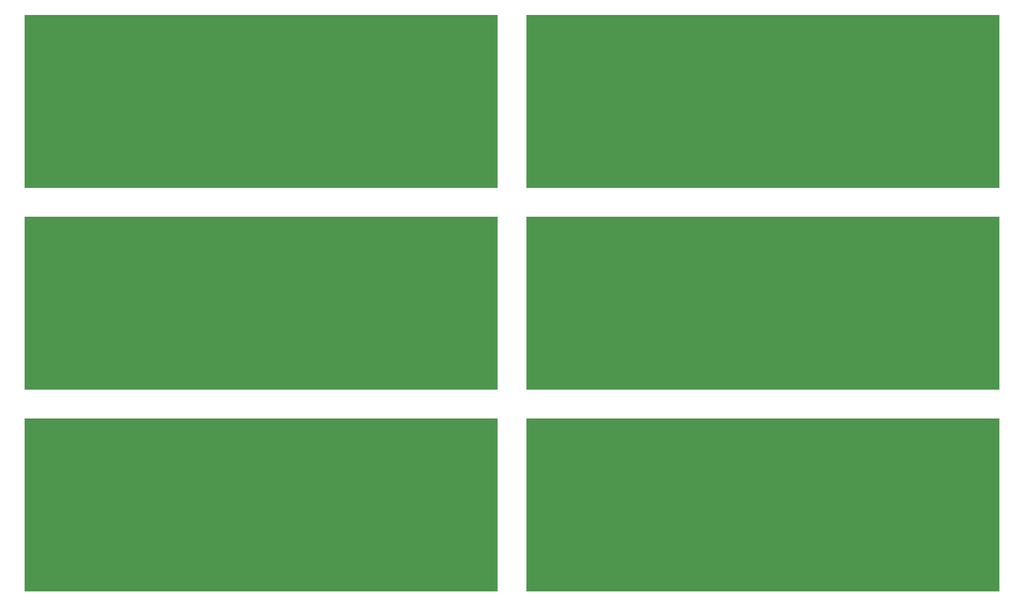
<source format=gbr>
G04 DipTrace 2.4.0.2*
%INBoard.gbr*%
%MOIN*%
%ADD11C,0.006*%
%FSLAX44Y44*%
G04*
G70*
G90*
G75*
G01*
%LNBoardPoly*%
%LPD*%
G36*
X0Y0D2*
D11*
X41000D1*
Y15000D1*
X0D1*
Y0D1*
G37*
G36*
X43500D2*
D11*
X84500D1*
Y15000D1*
X43500D1*
Y0D1*
G37*
G36*
X0Y17500D2*
D11*
X41000D1*
Y32500D1*
X0D1*
Y17500D1*
G37*
G36*
X43500D2*
D11*
X84500D1*
Y32500D1*
X43500D1*
Y17500D1*
G37*
G36*
X0Y35000D2*
D11*
X41000D1*
Y50000D1*
X0D1*
Y35000D1*
G37*
G36*
X43500D2*
D11*
X84500D1*
Y50000D1*
X43500D1*
Y35000D1*
G37*
M02*

</source>
